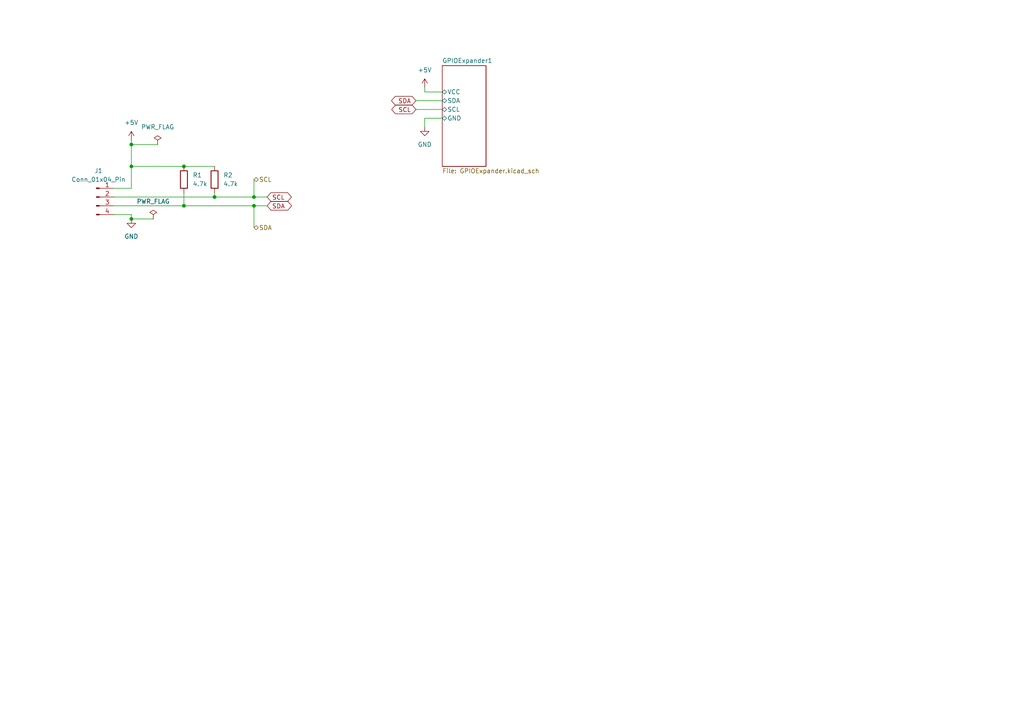
<source format=kicad_sch>
(kicad_sch (version 20231120) (generator "eeschema") (generator_version "8.0")
  (paper "A4")
  (lib_symbols
    (symbol "Connector:Conn_01x04_Pin" (pin_names (offset 1.016) hide)
      (property "Reference" "J" (at 0 5.08 0))
      (property "Value" "Conn_01x04_Pin" (at 0 -7.62 0))
      (symbol "Conn_01x04_Pin_1_1"
        (polyline (pts (xy 1.27 -5.08) (xy 0.8636 -5.08)) (stroke (width 0.1524)))
        (polyline (pts (xy 1.27 -2.54) (xy 0.8636 -2.54)) (stroke (width 0.1524)))
        (polyline (pts (xy 1.27 0) (xy 0.8636 0)) (stroke (width 0.1524)))
        (polyline (pts (xy 1.27 2.54) (xy 0.8636 2.54)) (stroke (width 0.1524)))
        (rectangle (start 0.8636 -4.953) (end 0 -5.207) (stroke (width 0.1524)) (fill (type outline)))
        (rectangle (start 0.8636 -2.413) (end 0 -2.667) (stroke (width 0.1524)) (fill (type outline)))
        (rectangle (start 0.8636 0.127) (end 0 -0.127) (stroke (width 0.1524)) (fill (type outline)))
        (rectangle (start 0.8636 2.667) (end 0 2.413) (stroke (width 0.1524)) (fill (type outline)))
        (pin passive line (at 5.08 2.54 180) (length 3.81) (name "Pin_1") (number "1"))
        (pin passive line (at 5.08 0 180) (length 3.81) (name "Pin_2") (number "2"))
        (pin passive line (at 5.08 -2.54 180) (length 3.81) (name "Pin_3") (number "3"))
        (pin passive line (at 5.08 -5.08 180) (length 3.81) (name "Pin_4") (number "4"))
      )
    )
    (symbol "Device:R" (pin_numbers hide) (pin_names (offset 0))
      (property "Reference" "R" (at 2.032 0 90))
      (property "Value" "R" (at 0 0 90))
      (symbol "R_0_1"
        (rectangle (start -1.016 -2.54) (end 1.016 2.54) (stroke (width 0.254)))
      )
      (symbol "R_1_1"
        (pin passive line (at 0 3.81 270) (length 1.27) (name "~") (number "1"))
        (pin passive line (at 0 -3.81 90) (length 1.27) (name "~") (number "2"))
      )
    )
    (symbol "power:+5V" (power) (pin_numbers hide) (pin_names (offset 0) hide)
      (property "Value" "+5V" (at 0 3.556 0))
      (symbol "+5V_0_1"
        (polyline (pts (xy -0.762 1.27) (xy 0 2.54)))
        (polyline (pts (xy 0 0) (xy 0 2.54)))
        (polyline (pts (xy 0 2.54) (xy 0.762 1.27)))
      )
      (symbol "+5V_1_1"
        (pin power_in line (at 0 0 90) (length 0) (name "~") (number "1"))
      )
    )
    (symbol "power:GND" (power) (pin_numbers hide) (pin_names (offset 0) hide)
      (property "Value" "GND" (at 0 -3.81 0))
      (symbol "GND_0_1"
        (polyline (pts (xy 0 0) (xy 0 -1.27) (xy 1.27 -1.27) (xy 0 -2.54) (xy -1.27 -1.27) (xy 0 -1.27)))
      )
      (symbol "GND_1_1"
        (pin power_in line (at 0 0 270) (length 0) (name "~") (number "1"))
      )
    )
    (symbol "power:PWR_FLAG" (power) (pin_numbers hide) (pin_names (offset 0) hide)
      (property "Value" "PWR_FLAG" (at 0 3.81 0))
      (symbol "PWR_FLAG_0_0"
        (pin power_out line (at 0 0 90) (length 0) (name "~") (number "1"))
      )
      (symbol "PWR_FLAG_0_1"
        (polyline (pts (xy 0 0) (xy 0 1.27) (xy -1.016 1.905) (xy 0 2.54) (xy 1.016 1.905) (xy 0 1.27)))
      )
    )
  )
  (junction (at 73.66 59.69))
  (junction (at 38.1 48.26))
  (junction (at 38.1 41.91))
  (junction (at 38.1 63.5))
  (junction (at 62.23 57.15))
  (junction (at 53.34 59.69))
  (junction (at 53.34 48.26))
  (junction (at 73.66 57.15))
  (wire (pts (xy 53.34 48.26) (xy 62.23 48.26)))
  (wire (pts (xy 62.23 55.88) (xy 62.23 57.15)))
  (wire (pts (xy 38.1 63.5) (xy 44.45 63.5)))
  (wire (pts (xy 73.66 52.07) (xy 73.66 57.15)))
  (wire (pts (xy 38.1 63.5) (xy 38.1 62.23)))
  (wire (pts (xy 38.1 40.64) (xy 38.1 41.91)))
  (wire (pts (xy 38.1 62.23) (xy 33.02 62.23)))
  (wire (pts (xy 73.66 59.69) (xy 77.47 59.69)))
  (wire (pts (xy 53.34 59.69) (xy 73.66 59.69)))
  (wire (pts (xy 120.65 31.75) (xy 128.27 31.75)))
  (wire (pts (xy 123.19 36.83) (xy 123.19 34.29)))
  (wire (pts (xy 33.02 57.15) (xy 62.23 57.15)))
  (wire (pts (xy 38.1 41.91) (xy 38.1 48.26)))
  (wire (pts (xy 62.23 57.15) (xy 73.66 57.15)))
  (wire (pts (xy 33.02 54.61) (xy 38.1 54.61)))
  (wire (pts (xy 120.65 29.21) (xy 128.27 29.21)))
  (wire (pts (xy 38.1 41.91) (xy 45.72 41.91)))
  (wire (pts (xy 73.66 59.69) (xy 73.66 66.04)))
  (wire (pts (xy 123.19 26.67) (xy 128.27 26.67)))
  (wire (pts (xy 38.1 54.61) (xy 38.1 48.26)))
  (wire (pts (xy 123.19 25.4) (xy 123.19 26.67)))
  (wire (pts (xy 38.1 48.26) (xy 53.34 48.26)))
  (wire (pts (xy 123.19 34.29) (xy 128.27 34.29)))
  (wire (pts (xy 73.66 57.15) (xy 77.47 57.15)))
  (wire (pts (xy 53.34 55.88) (xy 53.34 59.69)))
  (wire (pts (xy 33.02 59.69) (xy 53.34 59.69)))
  (global_label "SCL" (shape bidirectional) (at 120.65 31.75 180) (property "Intersheetrefs" "${INTERSHEET_REFS}" (effects (hide yes))))
  (global_label "SCL" (shape bidirectional) (at 77.47 57.15 0) (property "Intersheetrefs" "${INTERSHEET_REFS}" (effects (hide yes))))
  (global_label "SDA" (shape bidirectional) (at 77.47 59.69 0) (property "Intersheetrefs" "${INTERSHEET_REFS}" (effects (hide yes))))
  (global_label "SDA" (shape bidirectional) (at 120.65 29.21 180) (property "Intersheetrefs" "${INTERSHEET_REFS}" (effects (hide yes))))
  (hierarchical_label "SCL" (shape bidirectional) (at 73.66 52.07 0))
  (hierarchical_label "SDA" (shape bidirectional) (at 73.66 66.04 0))
  (symbol (lib_id "power:PWR_FLAG") (at 44.45 63.5 0) (unit 1)
    (property "Reference" "#FLG02" (effects (hide yes)))
    (property "Value" "PWR_FLAG" (at 44.45 58.42 0))
    (property "Description" "Special symbol for telling ERC where power comes from" (effects (hide yes)))
  )
  (symbol (lib_id "power:GND") (at 123.19 36.83 0) (unit 1)
    (property "Reference" "#PWR04" (effects (hide yes)))
    (property "Value" "GND" (at 123.19 41.91 0))
    (property "Description" "Power symbol creates a global label with name \"GND\" , ground" (effects (hide yes)))
  )
  (symbol (lib_id "power:GND") (at 38.1 63.5 0) (unit 1)
    (property "Reference" "#PWR06" (effects (hide yes)))
    (property "Value" "GND" (at 38.1 68.58 0))
    (property "Description" "Power symbol creates a global label with name \"GND\" , ground" (effects (hide yes)))
  )
  (symbol (lib_id "power:+5V") (at 123.19 25.4 0) (unit 1)
    (property "Reference" "#PWR03" (effects (hide yes)))
    (property "Value" "+5V" (at 123.19 20.32 0))
    (property "Description" "Power symbol creates a global label with name \"+5V\"" (effects (hide yes)))
  )
  (symbol (lib_id "power:+5V") (at 38.1 40.64 0) (unit 1)
    (property "Reference" "#PWR05" (effects (hide yes)))
    (property "Value" "+5V" (at 38.1 35.56 0))
    (property "Description" "Power symbol creates a global label with name \"+5V\"" (effects (hide yes)))
  )
  (symbol (lib_id "Device:R") (at 53.34 52.07 0) (unit 1)
    (property "Reference" "R1" (at 55.88 50.7999 0) (effects (justify left)))
    (property "Value" "4.7k" (at 55.88 53.3399 0) (effects (justify left)))
    (property "Footprint" "Resistor_SMD:R_0603_1608Metric_Pad0.98x0.95mm_HandSolder" (effects (hide yes)))
    (property "Description" "Resistor" (effects (hide yes)))
  )
  (symbol (lib_id "Connector:Conn_01x04_Pin") (at 27.94 57.15 0) (unit 1)
    (property "Reference" "J1" (at 28.575 49.53 0))
    (property "Value" "Conn_01x04_Pin" (at 28.575 52.07 0))
    (property "Footprint" "Connector_JST:JST_XH_B4B-XH-A_1x04_P2.50mm_Vertical" (effects (hide yes)))
    (property "Description" "Generic connector, single row, 01x04, script generated" (effects (hide yes)))
  )
  (symbol (lib_id "Device:R") (at 62.23 52.07 0) (unit 1)
    (property "Reference" "R2" (at 64.77 50.7999 0) (effects (justify left)))
    (property "Value" "4.7k" (at 64.77 53.3399 0) (effects (justify left)))
    (property "Footprint" "Resistor_SMD:R_0603_1608Metric_Pad0.98x0.95mm_HandSolder" (effects (hide yes)))
    (property "Description" "Resistor" (effects (hide yes)))
  )
  (symbol (lib_id "power:PWR_FLAG") (at 45.72 41.91 0) (unit 1)
    (property "Reference" "#FLG01" (effects (hide yes)))
    (property "Value" "PWR_FLAG" (at 45.72 36.83 0))
    (property "Description" "Special symbol for telling ERC where power comes from" (effects (hide yes)))
  )
  (sheet (at 128.27 19.05) (size 12.7 29.21) (stroke (width 0.1524))
    (property "Sheetname" "GPIOExpander1" (at 128.27 18.3384 0) (effects (justify left bottom)))
    (property "Sheetfile" "GPIOExpander.kicad_sch" (at 128.27 48.8446 0) (effects (justify left top)))
    (pin "SDA" bidirectional (at 128.27 29.21 180))
    (pin "SCL" bidirectional (at 128.27 31.75 180))
    (pin "GND" bidirectional (at 128.27 34.29 180))
    (pin "VCC" bidirectional (at 128.27 26.67 180))
  )
)
</source>
